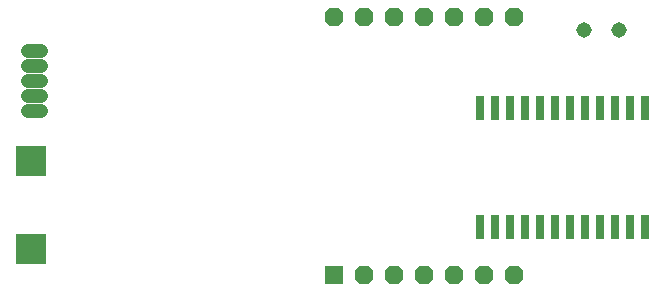
<source format=gbr>
G75*
%MOIN*%
%OFA0B0*%
%FSLAX25Y25*%
%IPPOS*%
%LPD*%
%AMOC8*
5,1,8,0,0,1.08239X$1,22.5*
%
%ADD10C,0.05150*%
%ADD11R,0.06299X0.06299*%
%ADD12OC8,0.06299*%
%ADD13R,0.02600X0.08000*%
%ADD14R,0.10000X0.10000*%
%ADD15C,0.04559*%
D10*
X0199094Y0094370D03*
X0210906Y0094370D03*
D11*
X0115945Y0012874D03*
D12*
X0125945Y0012874D03*
X0135945Y0012874D03*
X0145945Y0012874D03*
X0155945Y0012874D03*
X0165945Y0012874D03*
X0175945Y0012874D03*
X0175945Y0098701D03*
X0165945Y0098701D03*
X0155945Y0098701D03*
X0145945Y0098701D03*
X0135945Y0098701D03*
X0125945Y0098701D03*
X0115945Y0098701D03*
D13*
X0164508Y0068501D03*
X0169508Y0068501D03*
X0174508Y0068501D03*
X0179508Y0068501D03*
X0184508Y0068501D03*
X0189508Y0068501D03*
X0194508Y0068501D03*
X0199508Y0068501D03*
X0204508Y0068501D03*
X0209508Y0068501D03*
X0214508Y0068501D03*
X0219508Y0068501D03*
X0219508Y0028901D03*
X0214508Y0028901D03*
X0209508Y0028901D03*
X0204508Y0028901D03*
X0199508Y0028901D03*
X0194508Y0028901D03*
X0189508Y0028901D03*
X0184508Y0028901D03*
X0179508Y0028901D03*
X0174508Y0028901D03*
X0169508Y0028901D03*
X0164508Y0028901D03*
D14*
X0014843Y0021437D03*
X0014843Y0050768D03*
D15*
X0013744Y0067598D02*
X0018303Y0067598D01*
X0018303Y0072598D02*
X0013744Y0072598D01*
X0013744Y0077598D02*
X0018303Y0077598D01*
X0018303Y0082598D02*
X0013744Y0082598D01*
X0013744Y0087598D02*
X0018303Y0087598D01*
M02*

</source>
